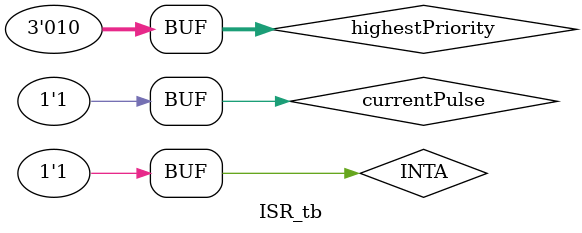
<source format=v>
module ISR(
    input [2:0] highestPriority,      // Input priority signal
    input [7:0] AddressBase,          // Input address base signal coming from the ICW2 T7-T3 pins
    input INTA,                       // Input active low signal
    input currentPulse,               // Input signal indicating current pulse
    output reg [7:0] currentAddress // Output address signal
);
    
    always @(posedge INTA) begin
        // if this is the end of the first pulse, then save the highest priority
        if (currentPulse === 0) begin
            currentAddress <= AddressBase | highestPriority;
        end else begin
            // if this is the end of the second pulse, then reset the current address
            currentAddress <= 8'bzzzzzzzz;
        end
    end
    
endmodule


module ISR_tb;

reg [2:0] highestPriority;
reg INTA;
reg currentPulse;
wire [7:0] currentAddress;

ISR ISR(
    .highestPriority(highestPriority),
    .AddressBase(8'b00100000),
    .INTA(INTA),
    .currentPulse(currentPulse),
    .currentAddress(currentAddress)
);

initial begin
  highestPriority = 3'bzzz;
  INTA = 1'b1;
  #10;
  INTA = 1'b0;
  currentPulse = 1'b0;
  highestPriority = 3'b010;
  #10;
  INTA = 1'b1;
  #10;
  INTA = 1'b0;
  currentPulse = 1'b1;
  #10;
  INTA = 1'b1;
end

endmodule



</source>
